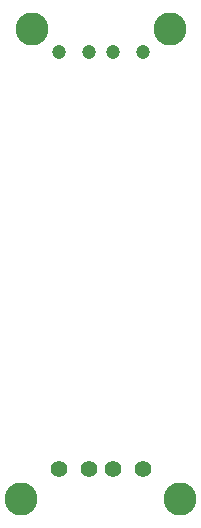
<source format=gbs>
G04 (created by PCBNEW (22-Jun-2014 BZR 4027)-stable) date Sun 02 Jul 2017 17:00:27 BST*
%MOIN*%
G04 Gerber Fmt 3.4, Leading zero omitted, Abs format*
%FSLAX34Y34*%
G01*
G70*
G90*
G04 APERTURE LIST*
%ADD10C,0.00590551*%
%ADD11C,0.110236*%
%ADD12C,0.0472441*%
%ADD13C,0.0551181*%
G04 APERTURE END LIST*
G54D10*
G54D11*
X63800Y-21650D03*
X59200Y-21650D03*
G54D12*
X62900Y-22400D03*
X61900Y-22400D03*
X61100Y-22400D03*
X60100Y-22400D03*
G54D11*
X64150Y-37300D03*
X58850Y-37300D03*
G54D13*
X61900Y-36300D03*
X61100Y-36300D03*
X60100Y-36300D03*
X62900Y-36300D03*
M02*

</source>
